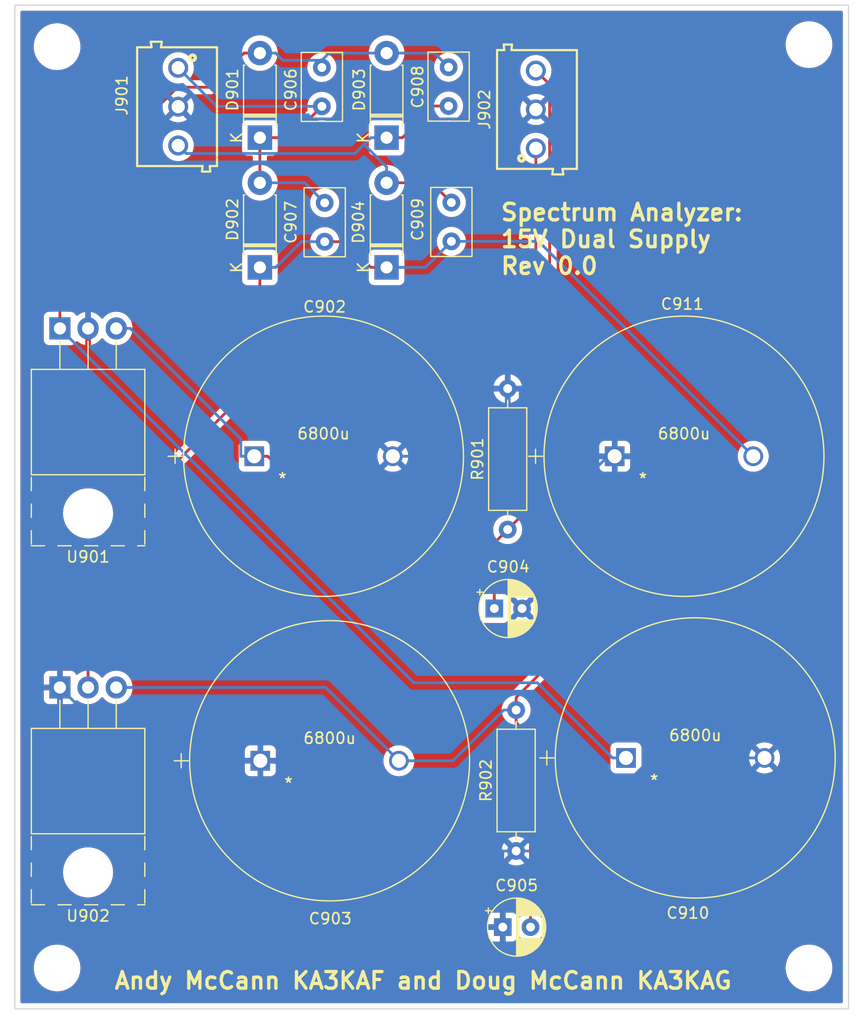
<source format=kicad_pcb>
(kicad_pcb (version 20211014) (generator pcbnew)
  (title_block (title "Spectrum Analyzer +15V / -15V Supply") (date "2022-06-15") (rev "0.1") (company "Andy McCann KA3KAF and Doug McCann KA3KAG") (comment 2 "Audiophile's Project Source Book, Fig 7-8") (comment 3 "G. Randy Slone") (comment 4 "Orginal Design by:"))
  (layers (0 "F.Cu" signal) (31 "B.Cu" signal) (34 "B.Paste" user) (35 "F.Paste" user) (36 "B.SilkS" user "B.Silkscreen") (37 "F.SilkS" user "F.Silkscreen") (38 "B.Mask" user) (39 "F.Mask" user) (44 "Edge.Cuts" user))
  (net 0 "")
  (net 1 "/+15 REGULATED")
  (net 2 "GND")
  (net 3 "/-15 REGULATED")
  (net 4 "/7815 IN")
  (net 5 "/TRAN OUT1")
  (net 6 "/7915 IN")
  (net 7 "/TRAN OUT2")
  (footprint "MountingHole:MountingHole_3.2mm_M3" (layer "F.Cu") (at 79.756 135)
    (fp_text reference "H905" hide)
    (fp_text value "MountingHole")
    (pad "" np_thru_hole circle (at 0 0) (size 3.2 3.2) (drill 3.2) (layers *.Cu *.Mask))
  )
  (footprint "15v-supply:C_Rect_L6.0mm_W3.5mm_P3.5mm_QYX1H103JTP3TA" (layer "F.Cu") (at 115.316 66.04 -90)
    (fp_text reference "C909" (at 1.524 3.048 90 unlocked) (layer "F.SilkS"))
    (fp_text value "0.01u")
    (fp_rect (start -1.36 -1.86) (end 4.86 1.86) (layer "F.SilkS") (width 0.12) (fill none))
    (pad "1" thru_hole circle (at 0 0 270) (size 1.6 1.6) (drill 0.8) (layers *.Cu *.Mask) (net 7 "/TRAN OUT2"))
    (pad "2" thru_hole circle (at 3.5 0 270) (size 1.6 1.6) (drill 0.8) (layers *.Cu *.Mask) (net 6 "/7915 IN"))
  )
  (footprint "MountingHole:MountingHole_3.2mm_M3" (layer "F.Cu") (at 147.574 135)
    (fp_text reference "H903" hide)
    (fp_text value "MountingHole")
    (pad "" np_thru_hole circle (at 0 0) (size 3.2 3.2) (drill 3.2) (layers *.Cu *.Mask))
  )
  (footprint "15v-supply:C_Rect_L6.0mm_W3.5mm_P3.5mm_QYX1H103JTP3TA" (layer "F.Cu") (at 103.637 53.876 -90)
    (fp_text reference "C906" (at 2.004 2.799 90 unlocked) (layer "F.SilkS"))
    (fp_text value "0.01u")
    (fp_rect (start -1.36 -1.86) (end 4.86 1.86) (layer "F.SilkS") (width 0.12) (fill none))
    (pad "1" thru_hole circle (at 0 0 270) (size 1.6 1.6) (drill 0.8) (layers *.Cu *.Mask) (net 4 "/7815 IN"))
    (pad "2" thru_hole circle (at 3.5 0 270) (size 1.6 1.6) (drill 0.8) (layers *.Cu *.Mask) (net 5 "/TRAN OUT1"))
  )
  (footprint "MountingHole:MountingHole_3.2mm_M3" (layer "F.Cu") (at 79.756 52)
    (fp_text reference "H902" hide)
    (fp_text value "MountingHole")
    (pad "" np_thru_hole circle (at 0 0) (size 3.2 3.2) (drill 3.2) (layers *.Cu *.Mask))
  )
  (footprint "15v-supply:terminal-block-691103110003" (layer "F.Cu") (at 90.678 57.404 -90)
    (property "VALUE" "691103110003")
    (fp_text reference "J901" (at -1.016 5.08 90) (layer "F.SilkS"))
    (fp_text value "Terminal Block")
    (fp_line (start 5.85 -2.15) (end 5.35 -2.2) (layer "F.SilkS") (width 0.2))
    (fp_line (start -5.35 -3.5) (end 5.35 -3.5) (layer "F.SilkS") (width 0.2))
    (fp_line (start -5.35 2.4) (end -5.85 2.48) (layer "F.SilkS") (width 0.2))
    (fp_line (start -5.85 1.48) (end -5.35 1.55) (layer "F.SilkS") (width 0.2))
    (fp_line (start 5.35 -2.2) (end 5.35 3.7) (layer "F.SilkS") (width 0.2))
    (fp_line (start -5.35 1.55) (end -5.35 -3.5) (layer "F.SilkS") (width 0.2))
    (fp_line (start -5.35 3.7) (end -5.35 2.4) (layer "F.SilkS") (width 0.2))
    (fp_line (start 5.85 -2.9) (end 5.85 -2.15) (layer "F.SilkS") (width 0.2))
    (fp_line (start -5.85 2.48) (end -5.85 1.48) (layer "F.SilkS") (width 0.2))
    (fp_line (start 5.35 -3.5) (end 5.35 -2.85) (layer "F.SilkS") (width 0.2))
    (fp_line (start 5.35 3.7) (end -5.35 3.7) (layer "F.SilkS") (width 0.2))
    (fp_line (start 5.35 -2.85) (end 5.85 -2.9) (layer "F.SilkS") (width 0.2))
    (fp_circle (center -4.4 -1.3) (end -4.3 -1.3) (layer "F.SilkS") (width 0.3) (fill none))
    (pad "1" thru_hole circle locked (at -3.5 0 270) (size 1.8 1.8) (drill 1.2) (layers *.Cu *.Mask) (net 5 "/TRAN OUT1"))
    (pad "2" thru_hole circle locked (at 0 0 270) (size 1.8 1.8) (drill 1.2) (layers *.Cu *.Mask) (net 2 "GND"))
    (pad "3" thru_hole circle locked (at 3.5 0 270) (size 1.8 1.8) (drill 1.2) (layers *.Cu *.Mask) (net 7 "/TRAN OUT2"))
  )
  (footprint "Diode_THT:D_DO-41_SOD81_P7.62mm_Horizontal" (layer "F.Cu") (at 98.044 60.198 90)
    (fp_text reference "D901" (at 4.318 -2.47 90) (layer "F.SilkS"))
    (fp_text value "1n5060")
    (fp_text user "K" (at 0 -2.1 90) (layer "F.SilkS"))
    (fp_line (start 6.53 1.47) (end 6.53 1.34) (layer "F.SilkS") (width 0.12))
    (fp_line (start 1.09 -1.47) (end 6.53 -1.47) (layer "F.SilkS") (width 0.12))
    (fp_line (start 6.53 -1.47) (end 6.53 -1.34) (layer "F.SilkS") (width 0.12))
    (fp_line (start 2.11 -1.47) (end 2.11 1.47) (layer "F.SilkS") (width 0.12))
    (fp_line (start 1.09 -1.34) (end 1.09 -1.47) (layer "F.SilkS") (width 0.12))
    (fp_line (start 1.99 -1.47) (end 1.99 1.47) (layer "F.SilkS") (width 0.12))
    (fp_line (start 1.09 1.34) (end 1.09 1.47) (layer "F.SilkS") (width 0.12))
    (fp_line (start 1.87 -1.47) (end 1.87 1.47) (layer "F.SilkS") (width 0.12))
    (fp_line (start 1.09 1.47) (end 6.53 1.47) (layer "F.SilkS") (width 0.12))
    (pad "1" thru_hole rect (at 0 0 90) (size 2.2 2.2) (drill 1.1) (layers *.Cu *.Mask) (net 5 "/TRAN OUT1"))
    (pad "2" thru_hole oval (at 7.62 0 90) (size 2.2 2.2) (drill 1.1) (layers *.Cu *.Mask) (net 4 "/7815 IN"))
  )
  (footprint "MountingHole:MountingHole_3.2mm_M3" (layer "F.Cu") (at 147.574 51.816)
    (fp_text reference "H901" hide)
    (fp_text value "MountingHole")
    (pad "" np_thru_hole circle (at 0 0) (size 3.2 3.2) (drill 3.2) (layers *.Cu *.Mask))
  )
  (footprint "Diode_THT:D_DO-41_SOD81_P7.62mm_Horizontal" (layer "F.Cu") (at 109.474 71.882 90)
    (fp_text reference "D904" (at 4.064 -2.54 90) (layer "F.SilkS"))
    (fp_text value "1n5060")
    (fp_text user "K" (at 0 -2.1 90) (layer "F.SilkS"))
    (fp_line (start 2.11 -1.47) (end 2.11 1.47) (layer "F.SilkS") (width 0.12))
    (fp_line (start 1.09 -1.34) (end 1.09 -1.47) (layer "F.SilkS") (width 0.12))
    (fp_line (start 1.09 -1.47) (end 6.53 -1.47) (layer "F.SilkS") (width 0.12))
    (fp_line (start 1.99 -1.47) (end 1.99 1.47) (layer "F.SilkS") (width 0.12))
    (fp_line (start 1.09 1.47) (end 6.53 1.47) (layer "F.SilkS") (width 0.12))
    (fp_line (start 6.53 1.47) (end 6.53 1.34) (layer "F.SilkS") (width 0.12))
    (fp_line (start 1.09 1.34) (end 1.09 1.47) (layer "F.SilkS") (width 0.12))
    (fp_line (start 6.53 -1.47) (end 6.53 -1.34) (layer "F.SilkS") (width 0.12))
    (fp_line (start 1.87 -1.47) (end 1.87 1.47) (layer "F.SilkS") (width 0.12))
    (pad "1" thru_hole rect (at 0 0 90) (size 2.2 2.2) (drill 1.1) (layers *.Cu *.Mask) (net 6 "/7915 IN"))
    (pad "2" thru_hole oval (at 7.62 0 90) (size 2.2 2.2) (drill 1.1) (layers *.Cu *.Mask) (net 7 "/TRAN OUT2"))
  )
  (footprint "15v-supply:6800u-UVR1H682MRD6" (layer "F.Cu") (at 130.048 88.9)
    (fp_text reference "C911" (at 6.096 -13.716) (layer "F.SilkS"))
    (fp_text value "6800u" (at 6.2484 -2.032) (layer "F.SilkS"))
    (fp_text user "*" (at 2.54 2.032) (layer "F.SilkS"))
    (fp_line (start -7.7724 0) (end -6.5024 0) (layer "F.SilkS") (width 0.12))
    (fp_line (start -7.1374 -0.635) (end -7.1374 0.635) (layer "F.SilkS") (width 0.12))
    (fp_circle (center 6.2484 0) (end 18.8722 0) (layer "F.SilkS") (width 0.12) (fill none))
    (pad "1" thru_hole rect (at 0 0) (size 1.778 1.778) (drill 1.27) (layers *.Cu *.Mask) (net 2 "GND"))
    (pad "2" thru_hole circle (at 12.4968 0) (size 1.778 1.778) (drill 1.27) (layers *.Cu *.Mask) (net 6 "/7915 IN"))
  )
  (footprint "15v-supply:6800u-UVR1H682MRD6" (layer "F.Cu") (at 97.536 88.9)
    (fp_text reference "C902" (at 6.35 -13.462) (layer "F.SilkS"))
    (fp_text value "6800u" (at 6.2484 -2.032) (layer "F.SilkS"))
    (fp_text user "*" (at 2.54 2.032) (layer "F.SilkS"))
    (fp_line (start -7.7724 0) (end -6.5024 0) (layer "F.SilkS") (width 0.12))
    (fp_line (start -7.1374 -0.635) (end -7.1374 0.635) (layer "F.SilkS") (width 0.12))
    (fp_circle (center 6.2484 0) (end 18.8722 0) (layer "F.SilkS") (width 0.12) (fill none))
    (pad "1" thru_hole rect (at 0 0) (size 1.778 1.778) (drill 1.27) (layers *.Cu *.Mask) (net 1 "/+15 REGULATED"))
    (pad "2" thru_hole circle (at 12.4968 0) (size 1.778 1.778) (drill 1.27) (layers *.Cu *.Mask) (net 2 "GND"))
  )
  (footprint "Resistor_THT:R_Axial_DIN0309_L9.0mm_D3.2mm_P12.70mm_Horizontal" (layer "F.Cu") (at 121.158 124.46 90)
    (fp_text reference "R902" (at 6.35 -2.72 90) (layer "F.SilkS"))
    (fp_text value "2.2k")
    (fp_line (start 10.97 1.72) (end 10.97 -1.72) (layer "F.SilkS") (width 0.12))
    (fp_line (start 11.66 0) (end 10.97 0) (layer "F.SilkS") (width 0.12))
    (fp_line (start 1.73 1.72) (end 10.97 1.72) (layer "F.SilkS") (width 0.12))
    (fp_line (start 10.97 -1.72) (end 1.73 -1.72) (layer "F.SilkS") (width 0.12))
    (fp_line (start 1.04 0) (end 1.73 0) (layer "F.SilkS") (width 0.12))
    (fp_line (start 1.73 -1.72) (end 1.73 1.72) (layer "F.SilkS") (width 0.12))
    (pad "1" thru_hole circle (at 0 0 90) (size 1.6 1.6) (drill 0.8) (layers *.Cu *.Mask) (net 2 "GND"))
    (pad "2" thru_hole oval (at 12.7 0 90) (size 1.6 1.6) (drill 0.8) (layers *.Cu *.Mask) (net 3 "/-15 REGULATED"))
  )
  (footprint "15v-supply:6800u-UVR1H682MRD6" (layer "F.Cu") (at 131.064 116.078)
    (fp_text reference "C910" (at 5.588 13.97) (layer "F.SilkS"))
    (fp_text value "6800u" (at 6.2484 -2.032) (layer "F.SilkS"))
    (fp_text user "*" (at 2.54 2.032) (layer "F.SilkS"))
    (fp_line (start -7.7724 0) (end -6.5024 0) (layer "F.SilkS") (width 0.12))
    (fp_line (start -7.1374 -0.635) (end -7.1374 0.635) (layer "F.SilkS") (width 0.12))
    (fp_circle (center 6.2484 0) (end 18.8722 0) (layer "F.SilkS") (width 0.12) (fill none))
    (pad "1" thru_hole rect (at 0 0) (size 1.778 1.778) (drill 1.27) (layers *.Cu *.Mask) (net 4 "/7815 IN"))
    (pad "2" thru_hole circle (at 12.4968 0) (size 1.778 1.778) (drill 1.27) (layers *.Cu *.Mask) (net 2 "GND"))
  )
  (footprint "15v-supply:C_Rect_L6.0mm_W3.5mm_P3.5mm_QYX1H103JTP3TA" (layer "F.Cu") (at 103.891 66.068 -90)
    (fp_text reference "C907" (at 1.75 3.053 90 unlocked) (layer "F.SilkS"))
    (fp_text value "0.01u")
    (fp_rect (start -1.36 -1.86) (end 4.86 1.86) (layer "F.SilkS") (width 0.12) (fill none))
    (pad "1" thru_hole circle (at 0 0 270) (size 1.6 1.6) (drill 0.8) (layers *.Cu *.Mask) (net 5 "/TRAN OUT1"))
    (pad "2" thru_hole circle (at 3.5 0 270) (size 1.6 1.6) (drill 0.8) (layers *.Cu *.Mask) (net 6 "/7915 IN"))
  )
  (footprint "Capacitor_THT:CP_Radial_D5.0mm_P2.50mm" (layer "F.Cu") (at 119.1909 102.616)
    (fp_text reference "C904" (at 1.25 -3.75) (layer "F.SilkS"))
    (fp_text value "6.8u")
    (fp_line (start 3.331 1.04) (end 3.331 1.554) (layer "F.SilkS") (width 0.12))
    (fp_line (start 1.77 -2.528) (end 1.77 -1.04) (layer "F.SilkS") (width 0.12))
    (fp_line (start 3.371 1.04) (end 3.371 1.5) (layer "F.SilkS") (width 0.12))
    (fp_line (start 2.571 -2.224) (end 2.571 -1.04) (layer "F.SilkS") (width 0.12))
    (fp_line (start 3.291 -1.605) (end 3.291 -1.04) (layer "F.SilkS") (width 0.12))
    (fp_line (start 3.411 1.04) (end 3.411 1.443) (layer "F.SilkS") (width 0.12))
    (fp_line (start 3.011 1.04) (end 3.011 1.901) (layer "F.SilkS") (width 0.12))
    (fp_line (start 2.891 -2.004) (end 2.891 -1.04) (layer "F.SilkS") (width 0.12))
    (fp_line (start 3.491 -1.319) (end 3.491 -1.04) (layer "F.SilkS") (width 0.12))
    (fp_line (start 1.81 -2.52) (end 1.81 -1.04) (layer "F.SilkS") (width 0.12))
    (fp_line (start 2.691 1.04) (end 2.691 2.149) (layer "F.SilkS") (width 0.12))
    (fp_line (start 2.131 -2.428) (end 2.131 -1.04) (layer "F.SilkS") (width 0.12))
    (fp_line (start 1.57 1.04) (end 1.57 2.561) (layer "F.SilkS") (width 0.12))
    (fp_line (start 3.091 -1.826) (end 3.091 -1.04) (layer "F.SilkS") (width 0.12))
    (fp_line (start 1.53 1.04) (end 1.53 2.565) (layer "F.SilkS") (width 0.12))
    (fp_line (start 3.571 -1.178) (end 3.571 1.178) (layer "F.SilkS") (width 0.12))
    (fp_line (start 2.251 1.04) (end 2.251 2.382) (layer "F.SilkS") (width 0.12))
    (fp_line (start 2.851 -2.035) (end 2.851 -1.04) (layer "F.SilkS") (width 0.12))
    (fp_line (start 2.851 1.04) (end 2.851 2.035) (layer "F.SilkS") (width 0.12))
    (fp_line (start 3.651 -1.011) (end 3.651 1.011) (layer "F.SilkS") (width 0.12))
    (fp_line (start 1.61 -2.556) (end 1.61 -1.04) (layer "F.SilkS") (width 0.12))
    (fp_line (start 1.57 -2.561) (end 1.57 -1.04) (layer "F.SilkS") (width 0.12))
    (fp_line (start 2.811 1.04) (end 2.811 2.065) (layer "F.SilkS") (width 0.12))
    (fp_line (start 2.691 -2.149) (end 2.691 -1.04) (layer "F.SilkS") (width 0.12))
    (fp_line (start 3.851 -0.284) (end 3.851 0.284) (layer "F.SilkS") (width 0.12))
    (fp_line (start 3.411 -1.443) (end 3.411 -1.04) (layer "F.SilkS") (width 0.12))
    (fp_line (start 2.651 -2.175) (end 2.651 -1.04) (layer "F.SilkS") (width 0.12))
    (fp_line (start 2.211 1.04) (end 2.211 2.398) (layer "F.SilkS") (width 0.12))
    (fp_line (start 3.251 -1.653) (end 3.251 -1.04) (layer "F.SilkS") (width 0.12))
    (fp_line (start 3.811 -0.518) (end 3.811 0.518) (layer "F.SilkS") (width 0.12))
    (fp_line (start 1.85 -2.511) (end 1.85 -1.04) (layer "F.SilkS") (width 0.12))
    (fp_line (start 3.051 1.04) (end 3.051 1.864) (layer "F.SilkS") (width 0.12))
    (fp_line (start 1.73 -2.536) (end 1.73 -1.04) (layer "F.SilkS") (width 0.12))
    (fp_line (start 3.491 1.04) (end 3.491 1.319) (layer "F.SilkS") (width 0.12))
    (fp_line (start 3.251 1.04) (end 3.251 1.653) (layer "F.SilkS") (width 0.12))
    (fp_line (start 2.531 1.04) (end 2.531 2.247) (layer "F.SilkS") (width 0.12))
    (fp_line (start 1.53 -2.565) (end 1.53 -1.04) (layer "F.SilkS") (width 0.12))
    (fp_line (start 1.65 1.04) (end 1.65 2.55) (layer "F.SilkS") (width 0.12))
    (fp_line (start 2.811 -2.065) (end 2.811 -1.04) (layer "F.SilkS") (width 0.12))
    (fp_line (start 3.131 -1.785) (end 3.131 -1.04) (layer "F.SilkS") (width 0.12))
    (fp_line (start 2.331 -2.348) (end 2.331 -1.04) (layer "F.SilkS") (width 0.12))
    (fp_line (start 1.49 -2.569) (end 1.49 -1.04) (layer "F.SilkS") (width 0.12))
    (fp_line (start -1.304775 -1.725) (end -1.304775 -1.225) (layer "F.SilkS") (width 0.12))
    (fp_line (start 3.211 -1.699) (end 3.211 -1.04) (layer "F.SilkS") (width 0.12))
    (fp_line (start 2.171 -2.414) (end 2.171 -1.04) (layer "F.SilkS") (width 0.12))
    (fp_line (start 2.411 -2.31) (end 2.411 -1.04) (layer "F.SilkS") (width 0.12))
    (fp_line (start 2.971 -1.937) (end 2.971 -1.04) (layer "F.SilkS") (width 0.12))
    (fp_line (start 2.771 1.04) (end 2.771 2.095) (layer "F.SilkS") (width 0.12))
    (fp_line (start 1.29 -2.58) (end 1.29 2.58) (layer "F.SilkS") (width 0.12))
    (fp_line (start 2.011 1.04) (end 2.011 2.468) (layer "F.SilkS") (width 0.12))
    (fp_line (start 1.25 -2.58) (end 1.25 2.58) (layer "F.SilkS") (width 0.12))
    (fp_line (start 2.331 1.04) (end 2.331 2.348) (layer "F.SilkS") (width 0.12))
    (fp_line (start 2.531 -2.247) (end 2.531 -1.04) (layer "F.SilkS") (width 0.12))
    (fp_line (start 1.69 -2.543) (end 1.69 -1.04) (layer "F.SilkS") (width 0.12))
    (fp_line (start 1.89 1.04) (end 1.89 2.501) (layer "F.SilkS") (width 0.12))
    (fp_line (start 1.49 1.04) (end 1.49 2.569) (layer "F.SilkS") (width 0.12))
    (fp_line (start 3.531 1.04) (end 3.531 1.251) (layer "F.SilkS") (width 0.12))
    (fp_line (start 2.011 -2.468) (end 2.011 -1.04) (layer "F.SilkS") (width 0.12))
    (fp_line (start 2.611 1.04) (end 2.611 2.2) (layer "F.SilkS") (width 0.12))
    (fp_line (start 2.451 -2.29) (end 2.451 -1.04) (layer "F.SilkS") (width 0.12))
    (fp_line (start 1.65 -2.55) (end 1.65 -1.04) (layer "F.SilkS") (width 0.12))
    (fp_line (start 2.931 -1.971) (end 2.931 -1.04) (layer "F.SilkS") (width 0.12))
    (fp_line (start 1.89 -2.501) (end 1.89 -1.04) (layer "F.SilkS") (width 0.12))
    (fp_line (start 1.971 -2.48) (end 1.971 -1.04) (layer "F.SilkS") (width 0.12))
    (fp_line (start 3.211 1.04) (end 3.211 1.699) (layer "F.SilkS") (width 0.12))
    (fp_line (start 2.091 -2.442) (end 2.091 -1.04) (layer "F.SilkS") (width 0.12))
    (fp_line (start 2.051 -2.455) (end 2.051 -1.04) (layer "F.SilkS") (width 0.12))
    (fp_line (start 1.69 1.04) (end 1.69 2.543) (layer "F.SilkS") (width 0.12))
    (fp_line (start 1.37 -2.578) (end 1.37 2.578) (layer "F.SilkS") (width 0.12))
    (fp_line (start 2.051 1.04) (end 2.051 2.455) (layer "F.SilkS") (width 0.12))
    (fp_line (start 3.691 -0.915) (end 3.691 0.915) (layer "F.SilkS") (width 0.12))
    (fp_line (start 3.171 -1.743) (end 3.171 -1.04) (layer "F.SilkS") (width 0.12))
    (fp_line (start 1.77 1.04) (end 1.77 2.528) (layer "F.SilkS") (width 0.12))
    (fp_line (start 1.93 1.04) (end 1.93 2.491) (layer "F.SilkS") (width 0.12))
    (fp_line (start 1.85 1.04) (end 1.85 2.511) (layer "F.SilkS") (width 0.12))
    (fp_line (start 2.971 1.04) (end 2.971 1.937) (layer "F.SilkS") (width 0.12))
    (fp_line (start 2.291 -2.365) (end 2.291 -1.04) (layer "F.SilkS") (width 0.12))
    (fp_line (start 3.611 -1.098) (end 3.611 1.098) (layer "F.SilkS") (width 0.12))
    (fp_line (start 3.171 1.04) (end 3.171 1.743) (layer "F.SilkS") (width 0.12))
    (fp_line (start 2.611 -2.2) (end 2.611 -1.04) (layer "F.SilkS") (width 0.12))
    (fp_line (start 2.491 1.04) (end 2.491 2.268) (layer "F.SilkS") (width 0.12))
    (fp_line (start 2.091 1.04) (end 2.091 2.442) (layer "F.SilkS") (width 0.12))
    (fp_line (start 3.291 1.04) (end 3.291 1.605) (layer "F.SilkS") (width 0.12))
    (fp_line (start 2.251 -2.382) (end 2.251 -1.04) (layer "F.SilkS") (width 0.12))
    (fp_line (start 2.731 -2.122) (end 2.731 -1.04) (layer "F.SilkS") (width 0.12))
    (fp_line (start 1.61 1.04) (end 1.61 2.556) (layer "F.SilkS") (width 0.12))
    (fp_line (start 1.73 1.04) (end 1.73 2.536) (layer "F.SilkS") (width 0.12))
    (fp_line (start 2.411 1.04) (end 2.411 2.31) (layer "F.SilkS") (width 0.12))
    (fp_line (start 1.81 1.04) (end 1.81 2.52) (layer "F.SilkS") (width 0.12))
    (fp_line (start 2.211 -2.398) (end 2.211 -1.04) (layer "F.SilkS") (width 0.12))
    (fp_line (start 1.971 1.04) (end 1.971 2.48) (layer "F.SilkS") (width 0.12))
    (fp_line (start 3.731 -0.805) (end 3.731 0.805) (layer "F.SilkS") (width 0.12))
    (fp_line (start 2.651 1.04) (end 2.651 2.175) (layer "F.SilkS") (width 0.12))
    (fp_line (start 3.451 -1.383) (end 3.451 -1.04) (layer "F.SilkS") (width 0.12))
    (fp_line (start 3.051 -1.864) (end 3.051 -1.04) (layer "F.SilkS") (width 0.12))
    (fp_line (start 3.531 -1.251) (end 3.531 -1.04) (layer "F.SilkS") (width 0.12))
    (fp_line (start 3.451 1.04) (end 3.451 1.383) (layer "F.SilkS") (width 0.12))
    (fp_line (start 2.491 -2.268) (end 2.491 -1.04) (layer "F.SilkS") (width 0.12))
    (fp_line (start 2.131 1.04) (end 2.131 2.428) (layer "F.SilkS") (width 0.12))
    (fp_line (start 1.41 -2.576) (end 1.41 2.576) (layer "F.SilkS") (width 0.12))
    (fp_line (start 2.371 1.04) (end 2.371 2.329) (layer "F.SilkS") (width 0.12))
    (fp_line (start 2.571 1.04) (end 2.571 2.224) (layer "F.SilkS") (width 0.12))
    (fp_line (start 3.011 -1.901) (end 3.011 -1.04) (layer "F.SilkS") (width 0.12))
    (fp_line (start 2.451 1.04) (end 2.451 2.29) (layer "F.SilkS") (width 0.12))
    (fp_line (start 2.731 1.04) (end 2.731 2.122) (layer "F.SilkS") (width 0.12))
    (fp_line (start 2.771 -2.095) (end 2.771 -1.04) (layer "F.SilkS") (width 0.12))
    (fp_line (start -1.554775 -1.475) (end -1.054775 -1.475) (layer "F.SilkS") (width 0.12))
    (fp_line (start 1.45 -2.573) (end 1.45 2.573) (layer "F.SilkS") (width 0.12))
    (fp_line (start 1.33 -2.579) (end 1.33 2.579) (layer "F.SilkS") (width 0.12))
    (fp_line (start 1.93 -2.491) (end 1.93 -1.04) (layer "F.SilkS") (width 0.12))
    (fp_line (start 2.891 1.04) (end 2.891 2.004) (layer "F.SilkS") (width 0.12))
    (fp_line (start 2.371 -2.329) (end 2.371 -1.04) (layer "F.SilkS") (width 0.12))
    (fp_line (start 2.291 1.04) (end 2.291 2.365) (layer "F.SilkS") (width 0.12))
    (fp_line (start 3.771 -0.677) (end 3.771 0.677) (layer "F.SilkS") (width 0.12))
    (fp_line (start 3.131 1.04) (end 3.131 1.785) (layer "F.SilkS") (width 0.12))
    (fp_line (start 2.931 1.04) (end 2.931 1.971) (layer "F.SilkS") (width 0.12))
    (fp_line (start 3.091 1.04) (end 3.091 1.826) (layer "F.SilkS") (width 0.12))
    (fp_line (start 3.331 -1.554) (end 3.331 -1.04) (layer "F.SilkS") (width 0.12))
    (fp_line (start 3.371 -1.5) (end 3.371 -1.04) (layer "F.SilkS") (width 0.12))
    (fp_line (start 2.171 1.04) (end 2.171 2.414) (layer "F.SilkS") (width 0.12))
    (fp_circle (center 1.25 0) (end 3.87 0) (layer "F.SilkS") (width 0.12) (fill none))
    (pad "1" thru_hole rect (at 0 0) (size 1.6 1.6) (drill 0.8) (layers *.Cu *.Mask) (net 1 "/+15 REGULATED"))
    (pad "2" thru_hole circle (at 2.5 0) (size 1.6 1.6) (drill 0.8) (layers *.Cu *.Mask) (net 2 "GND"))
  )
  (footprint "Diode_THT:D_DO-41_SOD81_P7.62mm_Horizontal" (layer "F.Cu") (at 98.044 71.882 90)
    (fp_text reference "D902" (at 4.318 -2.47 90) (layer "F.SilkS"))
    (fp_text value "1n5060")
    (fp_text user "K" (at 0 -2.1 90) (layer "F.SilkS"))
    (fp_line (start 1.09 1.47) (end 6.53 1.47) (layer "F.SilkS") (width 0.12))
    (fp_line (start 1.09 1.34) (end 1.09 1.47) (layer "F.SilkS") (width 0.12))
    (fp_line (start 1.09 -1.34) (end 1.09 -1.47) (layer "F.SilkS") (width 0.12))
    (fp_line (start 6.53 1.47) (end 6.53 1.34) (layer "F.SilkS") (width 0.12))
    (fp_line (start 6.53 -1.47) (end 6.53 -1.34) (layer "F.SilkS") (width 0.12))
    (fp_line (start 2.11 -1.47) (end 2.11 1.47) (layer "F.SilkS") (width 0.12))
    (fp_line (start 1.09 -1.47) (end 6.53 -1.47) (layer "F.SilkS") (width 0.12))
    (fp_line (start 1.87 -1.47) (end 1.87 1.47) (layer "F.SilkS") (width 0.12))
    (fp_line (start 1.99 -1.47) (end 1.99 1.47) (layer "F.SilkS") (width 0.12))
    (pad "1" thru_hole rect (at 0 0 90) (size 2.2 2.2) (drill 1.1) (layers *.Cu *.Mask) (net 6 "/7915 IN"))
    (pad "2" thru_hole oval (at 7.62 0 90) (size 2.2 2.2) (drill 1.1) (layers *.Cu *.Mask) (net 5 "/TRAN OUT1"))
  )
  (footprint "Capacitor_THT:CP_Radial_D5.0mm_P2.50mm" (layer "F.Cu") (at 119.9529 131.318)
    (fp_text reference "C905" (at 1.25 -3.75) (layer "F.SilkS"))
    (fp_text value "6.8u")
    (fp_line (start 2.371 -2.329) (end 2.371 -1.04) (layer "F.SilkS") (width 0.12))
    (fp_line (start 1.93 -2.491) (end 1.93 -1.04) (layer "F.SilkS") (width 0.12))
    (fp_line (start 1.69 1.04) (end 1.69 2.543) (layer "F.SilkS") (width 0.12))
    (fp_line (start 2.491 1.04) (end 2.491 2.268) (layer "F.SilkS") (width 0.12))
    (fp_line (start 1.89 1.04) (end 1.89 2.501) (layer "F.SilkS") (width 0.12))
    (fp_line (start 3.371 -1.5) (end 3.371 -1.04) (layer "F.SilkS") (width 0.12))
    (fp_line (start 2.091 1.04) (end 2.091 2.442) (layer "F.SilkS") (width 0.12))
    (fp_line (start 3.051 -1.864) (end 3.051 -1.04) (layer "F.SilkS") (width 0.12))
    (fp_line (start 2.251 1.04) (end 2.251 2.382) (layer "F.SilkS") (width 0.12))
    (fp_line (start 2.651 -2.175) (end 2.651 -1.04) (layer "F.SilkS") (width 0.12))
    (fp_line (start 1.61 -2.556) (end 1.61 -1.04) (layer "F.SilkS") (width 0.12))
    (fp_line (start 3.411 -1.443) (end 3.411 -1.04) (layer "F.SilkS") (width 0.12))
    (fp_line (start 3.091 1.04) (end 3.091 1.826) (layer "F.SilkS") (width 0.12))
    (fp_line (start 3.451 -1.383) (end 3.451 -1.04) (layer "F.SilkS") (width 0.12))
    (fp_line (start 2.931 1.04) (end 2.931 1.971) (layer "F.SilkS") (width 0.12))
    (fp_line (start 2.571 -2.224) (end 2.571 -1.04) (layer "F.SilkS") (width 0.12))
    (fp_line (start 2.291 -2.365) (end 2.291 -1.04) (layer "F.SilkS") (width 0.12))
    (fp_line (start 1.81 -2.52) (end 1.81 -1.04) (layer "F.SilkS") (width 0.12))
    (fp_line (start 2.291 1.04) (end 2.291 2.365) (layer "F.SilkS") (width 0.12))
    (fp_line (start 3.411 1.04) (end 3.411 1.443) (layer "F.SilkS") (width 0.12))
    (fp_line (start 2.211 1.04) (end 2.211 2.398) (layer "F.SilkS") (width 0.12))
    (fp_line (start 3.771 -0.677) (end 3.771 0.677) (layer "F.SilkS") (width 0.12))
    (fp_line (start 3.331 -1.554) (end 3.331 -1.04) (layer "F.SilkS") (width 0.12))
    (fp_line (start 3.211 1.04) (end 3.211 1.699) (layer "F.SilkS") (width 0.12))
    (fp_line (start 3.251 1.04) (end 3.251 1.653) (layer "F.SilkS") (width 0.12))
    (fp_line (start 1.971 -2.48) (end 1.971 -1.04) (layer "F.SilkS") (width 0.12))
    (fp_line (start 2.971 -1.937) (end 2.971 -1.04) (layer "F.SilkS") (width 0.12))
    (fp_line (start 2.771 -2.095) (end 2.771 -1.04) (layer "F.SilkS") (width 0.12))
    (fp_line (start 1.93 1.04) (end 1.93 2.491) (layer "F.SilkS") (width 0.12))
    (fp_line (start 2.731 -2.122) (end 2.731 -1.04) (layer "F.SilkS") (width 0.12))
    (fp_line (start 3.131 -1.785) (end 3.131 -1.04) (layer "F.SilkS") (width 0.12))
    (fp_line (start 3.691 -0.915) (end 3.691 0.915) (layer "F.SilkS") (width 0.12))
    (fp_line (start 3.371 1.04) (end 3.371 1.5) (layer "F.SilkS") (width 0.12))
    (fp_line (start 1.73 1.04) (end 1.73 2.536) (layer "F.SilkS") (width 0.12))
    (fp_line (start 3.291 1.04) (end 3.291 1.605) (layer "F.SilkS") (width 0.12))
    (fp_line (start 1.45 -2.573) (end 1.45 2.573) (layer "F.SilkS") (width 0.12))
    (fp_line (start 2.411 1.04) (end 2.411 2.31) (layer "F.SilkS") (width 0.12))
    (fp_line (start 2.651 1.04) (end 2.651 2.175) (layer "F.SilkS") (width 0.12))
    (fp_line (start 2.731 1.04) (end 2.731 2.122) (layer "F.SilkS") (width 0.12))
    (fp_line (start 2.331 1.04) (end 2.331 2.348) (layer "F.SilkS") (width 0.12))
    (fp_line (start 3.731 -0.805) (end 3.731 0.805) (layer "F.SilkS") (width 0.12))
    (fp_line (start 2.411 -2.31) (end 2.411 -1.04) (layer "F.SilkS") (width 0.12))
    (fp_line (start 2.371 1.04) (end 2.371 2.329) (layer "F.SilkS") (width 0.12))
    (fp_line (start 1.971 1.04) (end 1.971 2.48) (layer "F.SilkS") (width 0.12))
    (fp_line (start 2.811 1.04) (end 2.811 2.065) (layer "F.SilkS") (width 0.12))
    (fp_line (start 2.571 1.04) (end 2.571 2.224) (layer "F.SilkS") (width 0.12))
    (fp_line (start 3.251 -1.653) (end 3.251 -1.04) (layer "F.SilkS") (width 0.12))
    (fp_line (start 3.851 -0.284) (end 3.851 0.284) (layer "F.SilkS") (width 0.12))
    (fp_line (start 1.57 -2.561) (end 1.57 -1.04) (layer "F.SilkS") (width 0.12))
    (fp_line (start 1.53 -2.565) (end 1.53 -1.04) (layer "F.SilkS") (width 0.12))
    (fp_line (start 2.771 1.04) (end 2.771 2.095) (layer "F.SilkS") (width 0.12))
    (fp_line (start 2.051 1.04) (end 2.051 2.455) (layer "F.SilkS") (width 0.12))
    (fp_line (start 2.451 1.04) (end 2.451 2.29) (layer "F.SilkS") (width 0.12))
    (fp_line (start 3.131 1.04) (end 3.131 1.785) (layer "F.SilkS") (width 0.12))
    (fp_line (start 2.091 -2.442) (end 2.091 -1.04) (layer "F.SilkS") (width 0.12))
    (fp_line (start -1.554775 -1.475) (end -1.054775 -1.475) (layer "F.SilkS") (width 0.12))
    (fp_line (start 1.61 1.04) (end 1.61 2.556) (layer "F.SilkS") (width 0.12))
    (fp_line (start -1.304775 -1.725) (end -1.304775 -1.225) (layer "F.SilkS") (width 0.12))
    (fp_line (start 1.85 1.04) (end 1.85 2.511) (layer "F.SilkS") (width 0.12))
    (fp_line (start 3.531 1.04) (end 3.531 1.251) (layer "F.SilkS") (width 0.12))
    (fp_line (start 1.81 1.04) (end 1.81 2.52) (layer "F.SilkS") (width 0.12))
    (fp_line (start 2.811 -2.065) (end 2.811 -1.04) (layer "F.SilkS") (width 0.12))
    (fp_line (start 2.451 -2.29) (end 2.451 -1.04) (layer "F.SilkS") (width 0.12))
    (fp_line (start 1.65 -2.55) (end 1.65 -1.04) (layer "F.SilkS") (width 0.12))
    (fp_line (start 2.531 1.04) (end 2.531 2.247) (layer "F.SilkS") (width 0.12))
    (fp_line (start 1.65 1.04) (end 1.65 2.55) (layer "F.SilkS") (width 0.12))
    (fp_line (start 2.931 -1.971) (end 2.931 -1.04) (layer "F.SilkS") (width 0.12))
    (fp_line (start 3.091 -1.826) (end 3.091 -1.04) (layer "F.SilkS") (width 0.12))
    (fp_line (start 1.53 1.04) (end 1.53 2.565) (layer "F.SilkS") (width 0.12))
    (fp_line (start 2.131 -2.428) (end 2.131 -1.04) (layer "F.SilkS") (width 0.12))
    (fp_line (start 2.491 -2.268) (end 2.491 -1.04) (layer "F.SilkS") (width 0.12))
    (fp_line (start 3.171 -1.743) (end 3.171 -1.04) (layer "F.SilkS") (width 0.12))
    (fp_line (start 3.011 1.04) (end 3.011 1.901) (layer "F.SilkS") (width 0.12))
    (fp_line (start 3.491 1.04) (end 3.491 1.319) (layer "F.SilkS") (width 0.12))
    (fp_line (start 3.211 -1.699) (end 3.211 -1.04) (layer "F.SilkS") (width 0.12))
    (fp_line (start 2.131 1.04) (end 2.131 2.428) (layer "F.SilkS") (width 0.12))
    (fp_line (start 2.011 -2.468) (end 2.011 -1.04) (layer "F.SilkS") (width 0.12))
    (fp_line (start 2.851 1.04) (end 2.851 2.035) (layer "F.SilkS") (width 0.12))
    (fp_line (start 2.971 1.04) (end 2.971 1.937) (layer "F.SilkS") (width 0.12))
    (fp_line (start 1.29 -2.58) (end 1.29 2.58) (layer "F.SilkS") (width 0.12))
    (fp_line (start 2.891 1.04) (end 2.891 2.004) (layer "F.SilkS") (width 0.12))
    (fp_line (start 2.251 -2.382) (end 2.251 -1.04) (layer "F.SilkS") (width 0.12))
    (fp_line (start 3.451 1.04) (end 3.451 1.383) (layer "F.SilkS") (width 0.12))
    (fp_line (start 1.77 -2.528) (end 1.77 -1.04) (layer "F.SilkS") (width 0.12))
    (fp_line (start 3.331 1.04) (end 3.331 1.554) (layer "F.SilkS") (width 0.12))
    (fp_line (start 3.011 -1.901) (end 3.011 -1.04) (layer "F.SilkS") (width 0.12))
    (fp_line (start 1.85 -2.511) (end 1.85 -1.04) (layer "F.SilkS") (width 0.12))
    (fp_line (start 3.491 -1.319) (end 3.491 -1.04) (layer "F.SilkS") (width 0.12))
    (fp_line (start 2.211 -2.398) (end 2.211 -1.04) (layer "F.SilkS") (width 0.12))
    (fp_line (start 1.37 -2.578) (end 1.37 2.578) (layer "F.SilkS") (width 0.12))
    (fp_line (start 3.611 -1.098) (end 3.611 1.098) (layer "F.SilkS") (width 0.12))
    (fp_line (start 3.651 -1.011) (end 3.651 1.011) (layer "F.SilkS") (width 0.12))
    (fp_line (start 1.41 -2.576) (end 1.41 2.576) (layer "F.SilkS") (width 0.12))
    (fp_line (start 2.691 -2.149) (end 2.691 -1.04) (layer "F.SilkS") (width 0.12))
    (fp_line (start 1.49 1.04) (end 1.49 2.569) (layer "F.SilkS") (width 0.12))
    (fp_line (start 1.49 -2.569) (end 1.49 -1.04) (layer "F.SilkS") (width 0.12))
    (fp_line (start 1.73 -2.536) (end 1.73 -1.04) (layer "F.SilkS") (width 0.12))
    (fp_line (start 3.051 1.04) (end 3.051 1.864) (layer "F.SilkS") (width 0.12))
    (fp_line (start 2.171 1.04) (end 2.171 2.414) (layer "F.SilkS") (width 0.12))
    (fp_line (start 3.291 -1.605) (end 3.291 -1.04) (layer "F.SilkS") (width 0.12))
    (fp_line (start 2.851 -2.035) (end 2.851 -1.04) (layer "F.SilkS") (width 0.12))
    (fp_line (start 2.691 1.04) (end 2.691 2.149) (layer "F.SilkS") (width 0.12))
    (fp_line (start 2.611 1.04) (end 2.611 2.2) (layer "F.SilkS") (width 0.12))
    (fp_line (start 2.051 -2.455) (end 2.051 -1.04) (layer "F.SilkS") (width 0.12))
    (fp_line (start 1.25 -2.58) (end 1.25 2.58) (layer "F.SilkS") (width 0.12))
    (fp_line (start 3.811 -0.518) (end 3.811 0.518) (layer "F.SilkS") (width 0.12))
    (fp_line (start 2.891 -2.004) (end 2.891 -1.04) (layer "F.SilkS") (width 0.12))
    (fp_line (start 2.011 1.04) (end 2.011 2.468) (layer "F.SilkS") (width 0.12))
    (fp_line (start 3.171 1.04) (end 3.171 1.743) (layer "F.SilkS") (width 0.12))
    (fp_line (start 1.57 1.04) (end 1.57 2.561) (layer "F.SilkS") (width 0.12))
    (fp_line (start 3.571 -1.178) (end 3.571 1.178) (layer "F.SilkS") (width 0.12))
    (fp_line (start 2.531 -2.247) (end 2.531 -1.04) (layer "F.SilkS") (width 0.12))
    (fp_line (start 3.531 -1.251) (end 3.531 -1.04) (layer "F.SilkS") (width 0.12))
    (fp_line (start 1.69 -2.543) (end 1.69 -1.04) (layer "F.SilkS") (width 0.12))
    (fp_line (start 1.77 1.04) (end 1.77 2.528) (layer "F.SilkS") (width 0.12))
    (fp_line (start 1.89 -2.501) (end 1.89 -1.04) (layer "F.SilkS") (width 0.12))
    (fp_line (start 2.331 -2.348) (end 2.331 -1.04) (layer "F.SilkS") (width 0.12))
    (fp_line (start 1.33 -2.579) (end 1.33 2.579) (layer "F.SilkS") (width 0.12))
    (fp_line (start 2.171 -2.414) (end 2.171 -1.04) (layer "F.SilkS") (width 0.12))
    (fp_line (start 2.611 -2.2) (end 2.611 -1.04) (layer "F.SilkS") (width 0.12))
    (fp_circle (center 1.25 0) (end 3.87 0) (layer "F.SilkS") (width 0.12) (fill none))
    (pad "1" thru_hole rect (at 0 0) (size 1.6 1.6) (drill 0.8) (layers *.Cu *.Mask) (net 2 "GND"))
    (pad "2" thru_hole circle (at 2.5 0) (size 1.6 1.6) (drill 0.8) (layers *.Cu *.Mask) (net 3 "/-15 REGULATED"))
  )
  (footprint "Resistor_THT:R_Axial_DIN0309_L9.0mm_D3.2mm_P12.70mm_Horizontal" (layer "F.Cu") (at 120.396 95.504 90)
    (fp_text reference "R901" (at 6.35 -2.72 90) (layer "F.SilkS"))
    (fp_text value "2.2k")
    (fp_line (start 1.73 -1.72) (end 1.73 1.72) (layer "F.SilkS") (width 0.12))
    (fp_line (start 10.97 1.72) (end 10.97 -1.72) (layer "F.SilkS") (width 0.12))
    (fp_line (start 10.97 -1.72) (end 1.73 -1.72) (layer "F.SilkS") (width 0.12))
    (fp_line (start 1.04 0) (end 1.73 0) (layer "F.SilkS") (width 0.12))
    (fp_line (start 11.66 0) (end 10.97 0) (layer "F.SilkS") (width 0.12))
    (fp_line (start 1.73 1.72) (end 10.97 1.72) (layer "F.SilkS") (width 0.12))
    (pad "1" thru_hole circle (at 0 0 90) (size 1.6 1.6) (drill 0.8) (layers *.Cu *.Mask) (net 1 "/+15 REGULATED"))
    (pad "2" thru_hole oval (at 12.7 0 90) (size 1.6 1.6) (drill 0.8) (layers *.Cu *.Mask) (net 2 "GND"))
  )
  (footprint "Package_TO_SOT_THT:TO-220-3_Horizontal_TabUp" (layer "F.Cu") (at 80.01 109.728)
    (fp_text reference "U902" (at 2.54 20.58) (layer "F.SilkS"))
    (fp_text value "LM7915")
    (fp_line (start -2.58 3.69) (end -2.58 13.18) (layer "F.SilkS") (width 0.12))
    (fp_line (start -2.58 15.82) (end -2.58 17.02) (layer "F.SilkS") (width 0.12))
    (fp_line (start 7.66 15.82) (end 7.66 17.02) (layer "F.SilkS") (width 0.12))
    (fp_line (start 7.02 19.58) (end 7.66 19.58) (layer "F.SilkS") (width 0.12))
    (fp_line (start -2.58 18.22) (end -2.58 19.42) (layer "F.SilkS") (width 0.12))
    (fp_line (start -0.181 19.58) (end 1.02 19.58) (layer "F.SilkS") (width 0.12))
    (fp_line (start -2.58 13.18) (end 7.66 13.18) (layer "F.SilkS") (width 0.12))
    (fp_line (start 2.22 19.58) (end 3.42 19.58) (layer "F.SilkS") (width 0.12))
    (fp_line (start -2.58 3.69) (end 7.66 3.69) (layer "F.SilkS") (width 0.12))
    (fp_line (start 7.66 18.22) (end 7.66 19.42) (layer "F.SilkS") (width 0.12))
    (fp_line (start 5.08 1.15) (end 5.08 3.69) (layer "F.SilkS") (width 0.12))
    (fp_line (start 2.54 1.15) (end 2.54 3.69) (layer "F.SilkS") (width 0.12))
    (fp_line (start -2.58 13.42) (end -2.58 14.62) (layer "F.SilkS") (width 0.12))
    (fp_line (start 4.62 19.58) (end 5.82 19.58) (layer "F.SilkS") (width 0.12))
    (fp_line (start 7.66 3.69) (end 7.66 13.18) (layer "F.SilkS") (width 0.12))
    (fp_line (start 0 1.15) (end 0 3.69) (layer "F.SilkS") (width 0.12))
    (fp_line (start -2.58 19.58) (end -1.38 19.58) (layer "F.SilkS") (width 0.12))
    (fp_line (start 7.66 13.42) (end 7.66 14.62) (layer "F.SilkS") (width 0.12))
    (pad "" np_thru_hole oval (at 2.54 16.66) (size 3.5 3.5) (drill 3.5) (layers *.Cu *.Mask))
    (pad "1" thru_hole rect (at 0 0) (size 1.905 2) (drill 1.1) (layers *.Cu *.Mask) (net 2 "GND"))
    (pad "2" thru_hole oval (at 2.54 0) (size 1.905 2) (drill 1.1) (layers *.Cu *.Mask) (net 6 "/7915 IN"))
    (pad "3" thru_hole oval (at 5.08 0) (size 1.905 2) (drill 1.1) (layers *.Cu *.Mask) (net 3 "/-15 REGULATED"))
  )
  (footprint "15v-supply:terminal-block-691103110003" (layer "F.Cu") (at 122.936 57.658 90)
    (property "VALUE" "691103110003")
    (fp_text reference "J902" (at 0 -4.635 90) (layer "F.SilkS"))
    (fp_text value "Terminal Block")
    (fp_line (start -5.35 1.55) (end -5.35 -3.5) (layer "F.SilkS") (width 0.2))
    (fp_line (start -5.85 2.48) (end -5.85 1.48) (layer "F.SilkS") (width 0.2))
    (fp_line (start -5.35 3.7) (end -5.35 2.4) (layer "F.SilkS") (width 0.2))
    (fp_line (start 5.35 -3.5) (end 5.35 -2.85) (layer "F.SilkS") (width 0.2))
    (fp_line (start -5.35 2.4) (end -5.85 2.48) (layer "F.SilkS") (width 0.2))
    (fp_line (start 5.35 -2.2) (end 5.35 3.7) (layer "F.SilkS") (width 0.2))
    (fp_line (start -5.35 -3.5) (end 5.35 -3.5) (layer "F.SilkS") (width 0.2))
    (fp_line (start 5.85 -2.9) (end 5.85 -2.15) (layer "F.SilkS") (width 0.2))
    (fp_line (start 5.35 -2.85) (end 5.85 -2.9) (layer "F.SilkS") (width 0.2))
    (fp_line (start 5.85 -2.15) (end 5.35 -2.2) (layer "F.SilkS") (width 0.2))
    (fp_line (start -5.85 1.48) (end -5.35 1.55) (layer "F.SilkS") (width 0.2))
    (fp_line (start 5.35 3.7) (end -5.35 3.7) (layer "F.SilkS") (width 0.2))
    (fp_circle (center -4.4 -1.3) (end -4.3 -1.3) (layer "F.SilkS") (width 0.3) (fill none))
    (pad "1" thru_hole circle locked (at -3.5 0 90) (size 1.8 1.8) (drill 1.2) (layers *.Cu *.Mask) (net 1 "/+15 REGULATED"))
    (pad "2" thru_hole circle locked (at 0 0 90) (size 1.8 1.8) (drill 1.2) (layers *.Cu *.Mask) (net 2 "GND"))
    (pad "3" thru_hole circle locked (at 3.5 0 90) (size 1.8 1.8) (drill 1.2) (layers *.Cu *.Mask) (net 3 "/-15 REGULATED"))
  )
  (footprint "Diode_THT:D_DO-41_SOD81_P7.62mm_Horizontal" (layer "F.Cu") (at 109.474 60.198 90)
    (fp_text reference "D903" (at 4.318 -2.47 90) (layer "F.SilkS"))
    (fp_text value "1n5060")
    (fp_text user "K" (at 0 -2.1 90) (layer "F.SilkS"))
    (fp_line (start 6.53 1.47) (end 6.53 1.34) (layer "F.SilkS") (width 0.12))
    (fp_line (start 1.09 1.34) (end 1.09 1.47) (layer "F.SilkS") (width 0.12))
    (fp_line (start 1.09 -1.47) (end 6.53 -1.47) (layer "F.SilkS") (width 0.12))
    (fp_line (start 2.11 -1.47) (end 2.11 1.47) (layer "F.SilkS") (width 0.12))
    (fp_line (start 1.99 -1.47) (end 1.99 1.47) (layer "F.SilkS") (width 0.12))
    (fp_line (start 6.53 -1.47) (end 6.53 -1.34) (layer "F.SilkS") (width 0.12))
    (fp_line (start 1.09 -1.34) (end 1.09 -1.47) (layer "F.SilkS") (width 0.12))
    (fp_line (start 1.87 -1.47) (end 1.87 1.47) (layer "F.SilkS") (width 0.12))
    (fp_line (start 1.09 1.47) (end 6.53 1.47) (layer "F.SilkS") (width 0.12))
    (pad "1" thru_hole rect (at 0 0 90) (size 2.2 2.2) (drill 1.1) (layers *.Cu *.Mask) (net 7 "/TRAN OUT2"))
    (pad "2" thru_hole oval (at 7.62 0 90) (size 2.2 2.2) (drill 1.1) (layers *.Cu *.Mask) (net 4 "/7815 IN"))
  )
  (footprint "Package_TO_SOT_THT:TO-220-3_Horizontal_TabUp" (layer "F.Cu") (at 80.01 77.384)
    (fp_text reference "U901" (at 2.54 20.58) (layer "F.SilkS"))
    (fp_text value "LM7815")
    (fp_line (start -2.58 19.58) (end -1.38 19.58) (layer "F.SilkS") (width 0.12))
    (fp_line (start 7.66 15.82) (end 7.66 17.02) (layer "F.SilkS") (width 0.12))
    (fp_line (start -2.58 15.82) (end -2.58 17.02) (layer "F.SilkS") (width 0.12))
    (fp_line (start 7.66 18.22) (end 7.66 19.42) (layer "F.SilkS") (width 0.12))
    (fp_line (start -0.181 19.58) (end 1.02 19.58) (layer "F.SilkS") (width 0.12))
    (fp_line (start -2.58 3.69) (end -2.58 13.18) (layer "F.SilkS") (width 0.12))
    (fp_line (start 7.66 3.69) (end 7.66 13.18) (layer "F.SilkS") (width 0.12))
    (fp_line (start -2.58 18.22) (end -2.58 19.42) (layer "F.SilkS") (width 0.12))
    (fp_line (start -2.58 13.18) (end 7.66 13.18) (layer "F.SilkS") (width 0.12))
    (fp_line (start 7.02 19.58) (end 7.66 19.58) (layer "F.SilkS") (width 0.12))
    (fp_line (start -2.58 3.69) (end 7.66 3.69) (layer "F.SilkS") (width 0.12))
    (fp_line (start 0 1.15) (end 0 3.69) (layer "F.SilkS") (width 0.12))
    (fp_line (start -2.58 13.42) (end -2.58 14.62) (layer "F.SilkS") (width 0.12))
    (fp_line (start 2.22 19.58) (end 3.42 19.58) (layer "F.SilkS") (width 0.12))
    (fp_line (start 5.08 1.15) (end 5.08 3.69) (layer "F.SilkS") (width 0.12))
    (fp_line (start 7.66 13.42) (end 7.66 14.62) (layer "F.SilkS") (width 0.12))
    (fp_line (start 4.62 19.58) (end 5.82 19.58) (layer "F.SilkS") (width 0.12))
    (fp_line (start 2.54 1.15) (end 2.54 3.69) (layer "F.SilkS") (width 0.12))
    (pad "" np_thru_hole oval (at 2.54 16.66) (size 3.5 3.5) (drill 3.5) (layers *.Cu *.Mask))
    (pad "1" thru_hole rect (at 0 0) (size 1.905 2) (drill 1.1) (layers *.Cu *.Mask) (net 4 "/7815 IN"))
    (pad "2" thru_hole oval (at 2.54 0) (size 1.905 2) (drill 1.1) (layers *.Cu *.Mask) (net 2 "GND"))
    (pad "3" thru_hole oval (at 5.08 0) (size 1.905 2) (drill 1.1) (layers *.Cu *.Mask) (net 1 "/+15 REGULATED"))
  )
  (footprint "15v-supply:C_Rect_L6.0mm_W3.5mm_P3.5mm_QYX1H103JTP3TA" (layer "F.Cu") (at 115.067 53.848 -90)
    (fp_text reference "C908" (at 1.778 2.794 90 unlocked) (layer "F.SilkS"))
    (fp_text value "0.01u")
    (fp_rect (start -1.36 -1.86) (end 4.86 1.86) (layer "F.SilkS") (width 0.12) (fill none))
    (pad "1" thru_hole circle (at 0 0 270) (size 1.6 1.6) (drill 0.8) (layers *.Cu *.Mask) (net 4 "/7815 IN"))
    (pad "2" thru_hole circle (at 3.5 0 270) (size 1.6 1.6) (drill 0.8) (layers *.Cu *.Mask) (net 7 "/TRAN OUT2"))
  )
  (footprint "15v-supply:6800u-UVR1H682MRD6" (layer "F.Cu") (at 98.0871 116.332)
    (fp_text reference "C903" (at 6.3069 14.224) (layer "F.SilkS"))
    (fp_text value "6800u" (at 6.2484 -2.032) (layer "F.SilkS"))
    (fp_text user "*" (at 2.54 2.032) (layer "F.SilkS"))
    (fp_line (start -7.1374 -0.635) (end -7.1374 0.635) (layer "F.SilkS") (width 0.12))
    (fp_line (start -7.7724 0) (end -6.5024 0) (layer "F.SilkS") (width 0.12))
    (fp_circle (center 6.2484 0) (end 18.8722 0) (layer "F.SilkS") (width 0.12) (fill none))
    (pad "1" thru_hole rect (at 0 0) (size 1.778 1.778) (drill 1.27) (layers *.Cu *.Mask) (net 2 "GND"))
    (pad "2" thru_hole circle (at 12.4968 0) (size 1.778 1.778) (drill 1.27) (layers *.Cu *.Mask) (net 3 "/-15 REGULATED"))
  )
  (gr_rect (start 75.946 48.26) (end 151.13 138.684) (layer "Edge.Cuts") (width 0.1) (fill none))
  (gr_text "Andy McCann KA3KAF and Doug McCann KA3KAG" (at 112.776 136.144) (layer "F.SilkS") (effects (font (size 1.5 1.5) (thickness 0.3))))
  (gr_text "Spectrum Analyzer: \n15V Dual Supply \nRev 0.0" (at 119.634 69.342) (layer "F.SilkS") (effects (font (size 1.5 1.5) (thickness 0.3)) (justify left)))
  (segment (start 106.5594 96.7091) (end 98.7503 88.9) (width 0.25) (layer "F.Cu") (net 1))
  (segment (start 119.1909 96.7091) (end 106.5594 96.7091) (width 0.25) (layer "F.Cu") (net 1))
  (segment (start 122.936 61.158) (end 122.936 92.964) (width 0.25) (layer "F.Cu") (net 1))
  (segment (start 120.396 95.504) (end 119.1909 96.7091) (width 0.25) (layer "F.Cu") (net 1))
  (segment (start 97.536 88.9) (end 98.7503 88.9) (width 0.25) (layer "F.Cu") (net 1))
  (segment (start 122.936 92.964) (end 120.396 95.504) (width 0.25) (layer "F.Cu") (net 1))
  (segment (start 119.1909 96.7091) (end 119.1909 102.616) (width 0.25) (layer "F.Cu") (net 1))
  (segment (start 97.536 88.9) (end 96.3217 88.9) (width 0.25) (layer "B.Cu") (net 1))
  (segment (start 85.09 77.384) (end 86.3678 77.384) (width 0.25) (layer "B.Cu") (net 1))
  (segment (start 96.3217 87.3379) (end 86.3678 77.384) (width 0.25) (layer "B.Cu") (net 1))
  (segment (start 96.3217 88.9) (end 96.3217 87.3379) (width 0.25) (layer "B.Cu") (net 1))
  (segment (start 82.55 77.384) (end 82.55 65.532) (width 0.25) (layer "F.Cu") (net 2))
  (segment (start 82.55 65.532) (end 90.678 57.404) (width 0.25) (layer "F.Cu") (net 2))
  (segment (start 120.396 60.198) (end 122.936 57.658) (width 0.25) (layer "F.Cu") (net 2))
  (segment (start 120.396 82.804) (end 120.396 60.198) (width 0.25) (layer "F.Cu") (net 2))
  (segment (start 98.0871 116.332) (end 99.3014 116.332) (width 0.25) (layer "B.Cu") (net 2))
  (segment (start 135.1529 116.078) (end 134.2634 115.1884) (width 0.25) (layer "B.Cu") (net 2))
  (segment (start 120.396 82.804) (end 119.2707 82.804) (width 0.25) (layer "B.Cu") (net 2))
  (segment (start 119.9529 124.46) (end 107.4294 124.46) (width 0.25) (layer "B.Cu") (net 2))
  (segment (start 127.8141 90.1251) (end 121.5213 83.8323) (width 0.25) (layer "B.Cu") (net 2))
  (segment (start 134.2634 115.1884) (end 121.6909 102.616) (width 0.25) (layer "B.Cu") (net 2))
  (segment (start 91.781 58.507) (end 122.087 58.507) (width 0.25) (layer "B.Cu") (net 2))
  (segment (start 86.614 116.332) (end 80.01 109.728) (width 0.25) (layer "B.Cu") (net 2))
  (segment (start 121.5213 83.8323) (end 121.5213 82.804) (width 0.25) (layer "B.Cu") (net 2))
  (segment (start 124.9918 124.46) (end 121.158 124.46) (width 0.25) (layer "B.Cu") (net 2))
  (segment (start 107.4294 124.46) (end 99.3014 116.332) (width 0.25) (layer "B.Cu") (net 2))
  (segment (start 130.048 88.9) (end 129.4409 88.9) (width 0.25) (layer "B.Cu") (net 2))
  (segment (start 110.0328 88.9) (end 113.1747 88.9) (width 0.25) (layer "B.Cu") (net 2))
  (segment (start 127.8141 90.1251) (end 127.8141 96.4928) (width 0.25) (layer "B.Cu") (net 2))
  (segment (start 128.2158 90.1251) (end 127.8141 90.1251) (width 0.25) (layer "B.Cu") (net 2))
  (segment (start 134.2634 115.1884) (end 124.9918 124.46) (width 0.25) (layer "B.Cu") (net 2))
  (segment (start 120.396 82.804) (end 121.5213 82.804) (width 0.25) (layer "B.Cu") (net 2))
  (segment (start 98.0871 116.332) (end 86.614 116.332) (width 0.25) (layer "B.Cu") (net 2))
  (segment (start 127.8141 96.4928) (end 121.6909 102.616) (width 0.25) (layer "B.Cu") (net 2))
  (segment (start 90.678 57.404) (end 91.781 58.507) (width 0.25) (layer "B.Cu") (net 2))
  (segment (start 121.158 124.46) (end 119.9529 124.46) (width 0.25) (layer "B.Cu") (net 2))
  (segment (start 143.5608 116.078) (end 135.1529 116.078) (width 0.25) (layer "B.Cu") (net 2))
  (segment (start 122.087 58.507) (end 122.936 57.658) (width 0.25) (layer "B.Cu") (net 2))
  (segment (start 129.4409 88.9) (end 128.2158 90.1251) (width 0.25) (layer "B.Cu") (net 2))
  (segment (start 113.1747 88.9) (end 119.2707 82.804) (width 0.25) (layer "B.Cu") (net 2))
  (segment (start 119.9529 124.46) (end 119.9529 131.318) (width 0.25) (layer "B.Cu") (net 2))
  (segment (start 121.158 111.1973) (end 121.158 110.6347) (width 0.25) (layer "F.Cu") (net 3))
  (segment (start 124.1801 107.6126) (end 121.158 110.6347) (width 0.25) (layer "F.Cu") (net 3))
  (segment (start 122.936 54.158) (end 124.1801 55.4021) (width 0.25) (layer "F.Cu") (net 3))
  (segment (start 124.1801 55.4021) (end 124.1801 107.6126) (width 0.25) (layer "F.Cu") (net 3))
  (segment (start 121.158 111.1973) (end 121.158 111.76) (width 0.25) (layer "F.Cu") (net 3))
  (segment (start 122.4529 114.1802) (end 122.4529 131.318) (width 0.25) (layer "F.Cu") (net 3))
  (segment (start 121.158 112.8853) (end 122.4529 114.1802) (width 0.25) (layer "F.Cu") (net 3))
  (segment (start 121.158 111.76) (end 121.158 112.8853) (width 0.25) (layer "F.Cu") (net 3))
  (segment (start 121.158 111.76) (end 120.0327 111.76) (width 0.25) (layer "B.Cu") (net 3))
  (segment (start 115.4607 116.332) (end 120.0327 111.76) (width 0.25) (layer "B.Cu") (net 3))
  (segment (start 110.5839 116.332) (end 103.9799 109.728) (width 0.25) (layer "B.Cu") (net 3))
  (segment (start 103.9799 109.728) (end 85.09 109.728) (width 0.25) (layer "B.Cu") (net 3))
  (segment (start 110.5839 116.332) (end 115.4607 116.332) (width 0.25) (layer "B.Cu") (net 3))
  (segment (start 80.01 66.2591) (end 80.01 77.384) (width 0.25) (layer "F.Cu") (net 4))
  (segment (start 98.044 52.578) (end 96.6187 52.578) (width 0.25) (layer "F.Cu") (net 4))
  (segment (start 93.5427 55.654) (end 90.6151 55.654) (width 0.25) (layer "F.Cu") (net 4))
  (segment (start 90.6151 55.654) (end 80.01 66.2591) (width 0.25) (layer "F.Cu") (net 4))
  (segment (start 96.6187 52.578) (end 93.5427 55.654) (width 0.25) (layer "F.Cu") (net 4))
  (segment (start 131.064 116.078) (end 129.8497 116.078) (width 0.25) (layer "B.Cu") (net 4))
  (segment (start 111.9327 109.3067) (end 123.0784 109.3067) (width 0.25) (layer "B.Cu") (net 4))
  (segment (start 103.637 53.227) (end 103.637 53.876) (width 0.25) (layer "B.Cu") (net 4))
  (segment (start 104.286 52.578) (end 109.474 52.578) (width 0.25) (layer "B.Cu") (net 4))
  (segment (start 100.1183 53.227) (end 99.4693 52.578) (width 0.25) (layer "B.Cu") (net 4))
  (segment (start 113.797 52.578) (end 115.067 53.848) (width 0.25) (layer "B.Cu") (net 4))
  (segment (start 98.044 52.578) (end 99.4693 52.578) (width 0.25) (layer "B.Cu") (net 4))
  (segment (start 103.637 53.227) (end 100.1183 53.227) (width 0.25) (layer "B.Cu") (net 4))
  (segment (start 109.474 52.578) (end 113.797 52.578) (width 0.25) (layer "B.Cu") (net 4))
  (segment (start 103.637 53.227) (end 104.286 52.578) (width 0.25) (layer "B.Cu") (net 4))
  (segment (start 80.01 77.384) (end 111.9327 109.3067) (width 0.25) (layer "B.Cu") (net 4))
  (segment (start 123.0784 109.3067) (end 129.8497 116.078) (width 0.25) (layer "B.Cu") (net 4))
  (segment (start 100.815 60.198) (end 103.637 57.376) (width 0.25) (layer "F.Cu") (net 5))
  (segment (start 98.044 60.198) (end 100.815 60.198) (width 0.25) (layer "F.Cu") (net 5))
  (segment (start 98.044 64.262) (end 98.044 60.198) (width 0.25) (layer "F.Cu") (net 5))
  (segment (start 98.044 64.262) (end 102.085 64.262) (width 0.25) (layer "B.Cu") (net 5))
  (segment (start 102.085 64.262) (end 103.891 66.068) (width 0.25) (layer "B.Cu") (net 5))
  (segment (start 90.678 53.904) (end 94.15 57.376) (width 0.25) (layer "B.Cu") (net 5))
  (segment (start 94.15 57.376) (end 103.637 57.376) (width 0.25) (layer "B.Cu") (net 5))
  (segment (start 98.044 71.882) (end 98.044 81.8875) (width 0.25) (layer "F.Cu") (net 6))
  (segment (start 105.7347 69.568) (end 108.0487 71.882) (width 0.25) (layer "F.Cu") (net 6))
  (segment (start 98.044 81.8875) (end 82.55 97.3815) (width 0.25) (layer "F.Cu") (net 6))
  (segment (start 109.474 71.882) (end 108.0487 71.882) (width 0.25) (layer "F.Cu") (net 6))
  (segment (start 82.55 97.3815) (end 82.55 109.728) (width 0.25) (layer "F.Cu") (net 6))
  (segment (start 103.891 69.568) (end 105.7347 69.568) (width 0.25) (layer "F.Cu") (net 6))
  (segment (start 142.5448 88.9) (end 123.1848 69.54) (width 0.25) (layer "B.Cu") (net 6))
  (segment (start 99.4693 71.882) (end 101.7833 69.568) (width 0.25) (layer "B.Cu") (net 6))
  (segment (start 101.7833 69.568) (end 103.891 69.568) (width 0.25) (layer "B.Cu") (net 6))
  (segment (start 112.974 71.882) (end 115.316 69.54) (width 0.25) (layer "B.Cu") (net 6))
  (segment (start 98.044 71.882) (end 99.4693 71.882) (width 0.25) (layer "B.Cu") (net 6))
  (segment (start 123.1848 69.54) (end 115.316 69.54) (width 0.25) (layer "B.Cu") (net 6))
  (segment (start 109.474 71.882) (end 112.974 71.882) (width 0.25) (layer "B.Cu") (net 6))
  (segment (start 109.474 64.262) (end 113.538 64.262) (width 0.25) (layer "F.Cu") (net 7))
  (segment (start 109.474 60.198) (end 110.8993 60.198) (width 0.25) (layer "F.Cu") (net 7))
  (segment (start 113.7493 57.348) (end 110.8993 60.198) (width 0.25) (layer "F.Cu") (net 7))
  (segment (start 115.067 57.348) (end 113.7493 57.348) (width 0.25) (layer "F.Cu") (net 7))
  (segment (start 113.538 64.262) (end 115.316 66.04) (width 0.25) (layer "F.Cu") (net 7))
  (segment (start 109.474 64.262) (end 109.474 62.8367) (width 0.25) (layer "B.Cu") (net 7))
  (segment (start 107.442 60.8047) (end 109.474 62.8367) (width 0.25) (layer "B.Cu") (net 7))
  (segment (start 107.442 60.8047) (end 108.0487 60.198) (width 0.25) (layer "B.Cu") (net 7))
  (segment (start 90.678 60.904) (end 91.3973 61.6233) (width 0.25) (layer "B.Cu") (net 7))
  (segment (start 109.474 60.198) (end 108.0487 60.198) (width 0.25) (layer "B.Cu") (net 7))
  (segment (start 106.6234 61.6233) (end 107.442 60.8047) (width 0.25) (layer "B.Cu") (net 7))
  (segment (start 91.3973 61.6233) (end 106.6234 61.6233) (width 0.25) (layer "B.Cu") (net 7))
  (zone (net 2) (net_name "GND") (layer "F.Cu") (connect_pads (clearance 0.508)) (min_thickness 0.254) (fill yes (thermal_gap 0.508) (thermal_bridge_width 0.508))
    (polygon (pts (xy 151.13 138.684) (xy 75.946 138.684) (xy 75.946 48.26) (xy 151.13 48.26)))
  )
  (zone (net 2) (net_name "GND") (layer "B.Cu") (connect_pads (clearance 0.508)) (min_thickness 0.254) (fill yes (thermal_gap 0.508) (thermal_bridge_width 0.508))
    (polygon (pts (xy 151.384 138.684) (xy 75.946 138.684) (xy 75.946 48.26) (xy 151.384 48.26)))
  )
)
</source>
